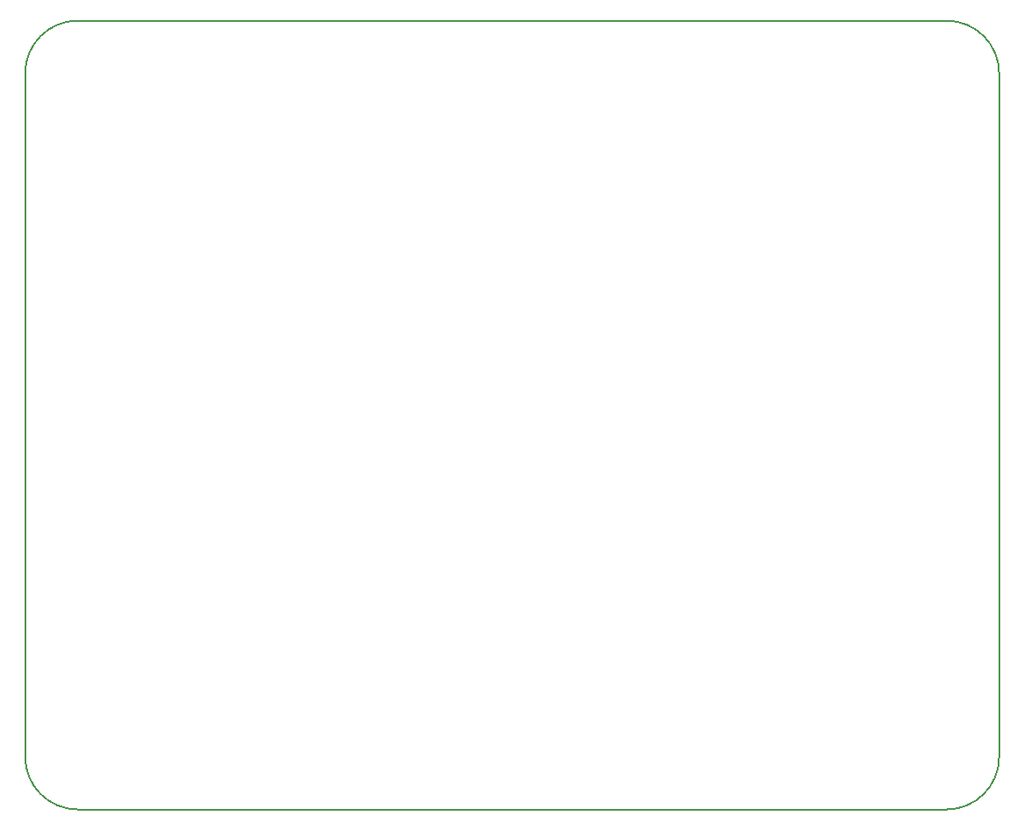
<source format=gbr>
G04 #@! TF.GenerationSoftware,KiCad,Pcbnew,(5.0.1-3-g963ef8bb5)*
G04 #@! TF.CreationDate,2019-02-13T00:25:30-08:00*
G04 #@! TF.ProjectId,midi-anything,6D6964692D616E797468696E672E6B69,rev?*
G04 #@! TF.SameCoordinates,Original*
G04 #@! TF.FileFunction,Profile,NP*
%FSLAX46Y46*%
G04 Gerber Fmt 4.6, Leading zero omitted, Abs format (unit mm)*
G04 Created by KiCad (PCBNEW (5.0.1-3-g963ef8bb5)) date Wednesday, February 13, 2019 at 12:25:30 AM*
%MOMM*%
%LPD*%
G01*
G04 APERTURE LIST*
%ADD10C,0.150000*%
G04 APERTURE END LIST*
D10*
X185420000Y-57150000D02*
G75*
G02X190500000Y-62230000I0J-5080000D01*
G01*
X96520000Y-62230000D02*
G75*
G02X101600000Y-57150000I5080000J0D01*
G01*
X101600000Y-133350000D02*
G75*
G02X96520000Y-128270000I0J5080000D01*
G01*
X190500000Y-128270000D02*
G75*
G02X185420000Y-133350000I-5080000J0D01*
G01*
X190500000Y-62230000D02*
X190500000Y-128270000D01*
X101600000Y-57150000D02*
X185420000Y-57150000D01*
X96520000Y-128270000D02*
X96520000Y-62230000D01*
X185420000Y-133350000D02*
X101600000Y-133350000D01*
M02*

</source>
